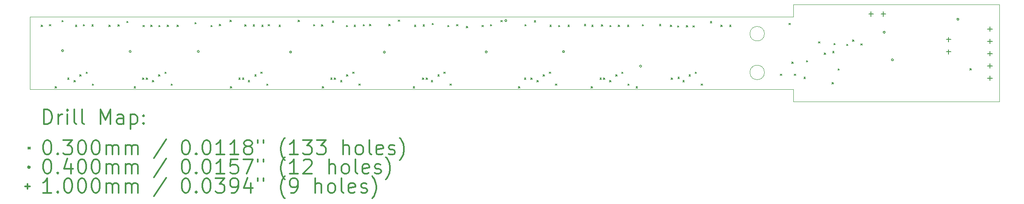
<source format=gbr>
%FSLAX45Y45*%
G04 Gerber Fmt 4.5, Leading zero omitted, Abs format (unit mm)*
G04 Created by KiCad (PCBNEW (5.1.10)-1) date 2022-04-06 13:47:04*
%MOMM*%
%LPD*%
G01*
G04 APERTURE LIST*
%TA.AperFunction,Profile*%
%ADD10C,0.038100*%
%TD*%
%ADD11C,0.200000*%
%ADD12C,0.300000*%
G04 APERTURE END LIST*
D10*
X5000000Y-10500000D02*
X20750000Y-10500000D01*
X20750000Y-9000000D02*
X5000000Y-9000000D01*
X20750000Y-10750000D02*
X20750000Y-10500000D01*
X25000000Y-10750000D02*
X20750000Y-10750000D01*
X25000000Y-10500000D02*
X25000000Y-10750000D01*
X25000000Y-8750000D02*
X25000000Y-9000000D01*
X20750000Y-8750000D02*
X25000000Y-8750000D01*
X20750000Y-9000000D02*
X20750000Y-8750000D01*
X20150000Y-10150000D02*
G75*
G03*
X20150000Y-10150000I-150000J0D01*
G01*
X20150000Y-9350000D02*
G75*
G03*
X20150000Y-9350000I-150000J0D01*
G01*
X25000000Y-10500000D02*
X25000000Y-9000000D01*
X5000000Y-9000000D02*
X5000000Y-10500000D01*
D11*
X5230000Y-9170000D02*
X5260000Y-9200000D01*
X5260000Y-9170000D02*
X5230000Y-9200000D01*
X5400000Y-9160000D02*
X5430000Y-9190000D01*
X5430000Y-9160000D02*
X5400000Y-9190000D01*
X5515394Y-10440395D02*
X5545394Y-10470395D01*
X5545394Y-10440395D02*
X5515394Y-10470395D01*
X5655000Y-9075000D02*
X5685000Y-9105000D01*
X5685000Y-9075000D02*
X5655000Y-9105000D01*
X5775000Y-10264794D02*
X5805000Y-10294794D01*
X5805000Y-10264794D02*
X5775000Y-10294794D01*
X5904994Y-10314994D02*
X5934994Y-10344994D01*
X5934994Y-10314994D02*
X5904994Y-10344994D01*
X5935000Y-9170000D02*
X5965000Y-9200000D01*
X5965000Y-9170000D02*
X5935000Y-9200000D01*
X6025000Y-10195000D02*
X6055000Y-10225000D01*
X6055000Y-10195000D02*
X6025000Y-10225000D01*
X6095000Y-9160000D02*
X6125000Y-9190000D01*
X6125000Y-9160000D02*
X6095000Y-9190000D01*
X6155000Y-10140000D02*
X6185000Y-10170000D01*
X6185000Y-10140000D02*
X6155000Y-10170000D01*
X6275000Y-9165000D02*
X6305000Y-9195000D01*
X6305000Y-9165000D02*
X6275000Y-9195000D01*
X6282694Y-10387694D02*
X6312694Y-10417694D01*
X6312694Y-10387694D02*
X6282694Y-10417694D01*
X6625000Y-9170000D02*
X6655000Y-9200000D01*
X6655000Y-9170000D02*
X6625000Y-9200000D01*
X6810000Y-9165000D02*
X6840000Y-9195000D01*
X6840000Y-9165000D02*
X6810000Y-9195000D01*
X6995000Y-9090000D02*
X7025000Y-9120000D01*
X7025000Y-9090000D02*
X6995000Y-9120000D01*
X7145394Y-10440395D02*
X7175394Y-10470395D01*
X7175394Y-10440395D02*
X7145394Y-10470395D01*
X7320000Y-10264794D02*
X7350000Y-10294794D01*
X7350000Y-10264794D02*
X7320000Y-10294794D01*
X7330000Y-9175000D02*
X7360000Y-9205000D01*
X7360000Y-9175000D02*
X7330000Y-9205000D01*
X7395206Y-10264794D02*
X7425206Y-10294794D01*
X7425206Y-10264794D02*
X7395206Y-10294794D01*
X7490000Y-9170000D02*
X7520000Y-9200000D01*
X7520000Y-9170000D02*
X7490000Y-9200000D01*
X7524994Y-10314994D02*
X7554994Y-10344994D01*
X7554994Y-10314994D02*
X7524994Y-10344994D01*
X7650000Y-10195000D02*
X7680000Y-10225000D01*
X7680000Y-10195000D02*
X7650000Y-10225000D01*
X7655000Y-9175000D02*
X7685000Y-9205000D01*
X7685000Y-9175000D02*
X7655000Y-9205000D01*
X7780000Y-10140000D02*
X7810000Y-10170000D01*
X7810000Y-10140000D02*
X7780000Y-10170000D01*
X7830000Y-9170000D02*
X7860000Y-9200000D01*
X7860000Y-9170000D02*
X7830000Y-9200000D01*
X7907306Y-10387694D02*
X7937306Y-10417694D01*
X7937306Y-10387694D02*
X7907306Y-10417694D01*
X8030000Y-9170000D02*
X8060000Y-9200000D01*
X8060000Y-9170000D02*
X8030000Y-9200000D01*
X8400000Y-9115000D02*
X8430000Y-9145000D01*
X8430000Y-9115000D02*
X8400000Y-9145000D01*
X8730000Y-9175000D02*
X8760000Y-9205000D01*
X8760000Y-9175000D02*
X8730000Y-9205000D01*
X8905000Y-9155000D02*
X8935000Y-9185000D01*
X8935000Y-9155000D02*
X8905000Y-9185000D01*
X9125000Y-9070000D02*
X9155000Y-9100000D01*
X9155000Y-9070000D02*
X9125000Y-9100000D01*
X9129606Y-10440395D02*
X9159606Y-10470395D01*
X9159606Y-10440395D02*
X9129606Y-10470395D01*
X9305000Y-10264794D02*
X9335000Y-10294794D01*
X9335000Y-10264794D02*
X9305000Y-10294794D01*
X9379794Y-10264794D02*
X9409794Y-10294794D01*
X9409794Y-10264794D02*
X9379794Y-10294794D01*
X9430000Y-9165000D02*
X9460000Y-9195000D01*
X9460000Y-9165000D02*
X9430000Y-9195000D01*
X9500006Y-10314994D02*
X9530006Y-10344994D01*
X9530006Y-10314994D02*
X9500006Y-10344994D01*
X9600000Y-9165000D02*
X9630000Y-9195000D01*
X9630000Y-9165000D02*
X9600000Y-9195000D01*
X9635000Y-10195000D02*
X9665000Y-10225000D01*
X9665000Y-10195000D02*
X9635000Y-10225000D01*
X9760000Y-10140000D02*
X9790000Y-10170000D01*
X9790000Y-10140000D02*
X9760000Y-10170000D01*
X9780000Y-9170000D02*
X9810000Y-9200000D01*
X9810000Y-9170000D02*
X9780000Y-9200000D01*
X9882306Y-10387694D02*
X9912306Y-10417694D01*
X9912306Y-10387694D02*
X9882306Y-10417694D01*
X9910000Y-9160000D02*
X9940000Y-9190000D01*
X9940000Y-9160000D02*
X9910000Y-9190000D01*
X10135000Y-9170000D02*
X10165000Y-9200000D01*
X10165000Y-9170000D02*
X10135000Y-9200000D01*
X10530000Y-9070000D02*
X10560000Y-9100000D01*
X10560000Y-9070000D02*
X10530000Y-9100000D01*
X10845000Y-9160000D02*
X10875000Y-9190000D01*
X10875000Y-9160000D02*
X10845000Y-9190000D01*
X11010000Y-9165000D02*
X11040000Y-9195000D01*
X11040000Y-9165000D02*
X11010000Y-9195000D01*
X11029606Y-10440395D02*
X11059606Y-10470395D01*
X11059606Y-10440395D02*
X11029606Y-10470395D01*
X11200000Y-10264794D02*
X11230000Y-10294794D01*
X11230000Y-10264794D02*
X11200000Y-10294794D01*
X11235000Y-9085000D02*
X11265000Y-9115000D01*
X11265000Y-9085000D02*
X11235000Y-9115000D01*
X11274794Y-10264794D02*
X11304794Y-10294794D01*
X11304794Y-10264794D02*
X11274794Y-10294794D01*
X11405006Y-10314994D02*
X11435006Y-10344994D01*
X11435006Y-10314994D02*
X11405006Y-10344994D01*
X11525000Y-9175000D02*
X11555000Y-9205000D01*
X11555000Y-9175000D02*
X11525000Y-9205000D01*
X11530000Y-10195000D02*
X11560000Y-10225000D01*
X11560000Y-10195000D02*
X11530000Y-10225000D01*
X11655000Y-10140000D02*
X11685000Y-10170000D01*
X11685000Y-10140000D02*
X11655000Y-10170000D01*
X11685000Y-9170000D02*
X11715000Y-9200000D01*
X11715000Y-9170000D02*
X11685000Y-9200000D01*
X11782694Y-10387694D02*
X11812694Y-10417694D01*
X11812694Y-10387694D02*
X11782694Y-10417694D01*
X11870000Y-9160000D02*
X11900000Y-9190000D01*
X11900000Y-9160000D02*
X11870000Y-9190000D01*
X12000000Y-9155000D02*
X12030000Y-9185000D01*
X12030000Y-9155000D02*
X12000000Y-9185000D01*
X12400000Y-9155000D02*
X12430000Y-9185000D01*
X12430000Y-9155000D02*
X12400000Y-9185000D01*
X12595000Y-9065000D02*
X12625000Y-9095000D01*
X12625000Y-9065000D02*
X12595000Y-9095000D01*
X12905000Y-10440395D02*
X12935000Y-10470395D01*
X12935000Y-10440395D02*
X12905000Y-10470395D01*
X12930000Y-9170000D02*
X12960000Y-9200000D01*
X12960000Y-9170000D02*
X12930000Y-9200000D01*
X13095000Y-10264794D02*
X13125000Y-10294794D01*
X13125000Y-10264794D02*
X13095000Y-10294794D01*
X13105000Y-9165000D02*
X13135000Y-9195000D01*
X13135000Y-9165000D02*
X13105000Y-9195000D01*
X13170000Y-10264794D02*
X13200000Y-10294794D01*
X13200000Y-10264794D02*
X13170000Y-10294794D01*
X13274994Y-10314994D02*
X13304994Y-10344994D01*
X13304994Y-10314994D02*
X13274994Y-10344994D01*
X13295000Y-9135000D02*
X13325000Y-9165000D01*
X13325000Y-9135000D02*
X13295000Y-9165000D01*
X13410000Y-10195000D02*
X13440000Y-10225000D01*
X13440000Y-10195000D02*
X13410000Y-10225000D01*
X13535000Y-10140000D02*
X13565000Y-10170000D01*
X13565000Y-10140000D02*
X13535000Y-10170000D01*
X13615000Y-9175000D02*
X13645000Y-9205000D01*
X13645000Y-9175000D02*
X13615000Y-9205000D01*
X13662306Y-10387694D02*
X13692306Y-10417694D01*
X13692306Y-10387694D02*
X13662306Y-10417694D01*
X13795000Y-9160000D02*
X13825000Y-9190000D01*
X13825000Y-9160000D02*
X13795000Y-9190000D01*
X14000000Y-9195000D02*
X14030000Y-9225000D01*
X14030000Y-9195000D02*
X14000000Y-9225000D01*
X14320000Y-9175000D02*
X14350000Y-9205000D01*
X14350000Y-9175000D02*
X14320000Y-9205000D01*
X14495000Y-9160000D02*
X14525000Y-9190000D01*
X14525000Y-9160000D02*
X14495000Y-9190000D01*
X14710000Y-9075000D02*
X14740000Y-9105000D01*
X14740000Y-9075000D02*
X14710000Y-9105000D01*
X15074606Y-10440395D02*
X15104606Y-10470395D01*
X15104606Y-10440395D02*
X15074606Y-10470395D01*
X15200000Y-10264794D02*
X15230000Y-10294794D01*
X15230000Y-10264794D02*
X15200000Y-10294794D01*
X15205000Y-9160000D02*
X15235000Y-9190000D01*
X15235000Y-9160000D02*
X15205000Y-9190000D01*
X15330000Y-10264794D02*
X15360000Y-10294794D01*
X15360000Y-10264794D02*
X15330000Y-10294794D01*
X15400000Y-9080000D02*
X15430000Y-9110000D01*
X15430000Y-9080000D02*
X15400000Y-9110000D01*
X15455006Y-10314994D02*
X15485006Y-10344994D01*
X15485006Y-10314994D02*
X15455006Y-10344994D01*
X15585000Y-10195000D02*
X15615000Y-10225000D01*
X15615000Y-10195000D02*
X15585000Y-10225000D01*
X15710000Y-10140000D02*
X15740000Y-10170000D01*
X15740000Y-10140000D02*
X15710000Y-10170000D01*
X15725000Y-9170000D02*
X15755000Y-9200000D01*
X15755000Y-9170000D02*
X15725000Y-9200000D01*
X15837694Y-10387694D02*
X15867694Y-10417694D01*
X15867694Y-10387694D02*
X15837694Y-10417694D01*
X15900000Y-9175000D02*
X15930000Y-9205000D01*
X15930000Y-9175000D02*
X15900000Y-9205000D01*
X16095000Y-9170000D02*
X16125000Y-9200000D01*
X16125000Y-9170000D02*
X16095000Y-9200000D01*
X16435000Y-9155000D02*
X16465000Y-9185000D01*
X16465000Y-9155000D02*
X16435000Y-9185000D01*
X16574606Y-10440395D02*
X16604606Y-10470395D01*
X16604606Y-10440395D02*
X16574606Y-10470395D01*
X16585000Y-9170000D02*
X16615000Y-9200000D01*
X16615000Y-9170000D02*
X16585000Y-9200000D01*
X16755000Y-10264794D02*
X16785000Y-10294794D01*
X16785000Y-10264794D02*
X16755000Y-10294794D01*
X16785000Y-9165000D02*
X16815000Y-9195000D01*
X16815000Y-9165000D02*
X16785000Y-9195000D01*
X16830000Y-10264794D02*
X16860000Y-10294794D01*
X16860000Y-10264794D02*
X16830000Y-10294794D01*
X16954994Y-10314994D02*
X16984994Y-10344994D01*
X16984994Y-10314994D02*
X16954994Y-10344994D01*
X16960000Y-9175000D02*
X16990000Y-9205000D01*
X16990000Y-9175000D02*
X16960000Y-9205000D01*
X17080000Y-10195000D02*
X17110000Y-10225000D01*
X17110000Y-10195000D02*
X17080000Y-10225000D01*
X17135000Y-9170000D02*
X17165000Y-9200000D01*
X17165000Y-9170000D02*
X17135000Y-9200000D01*
X17205000Y-10140000D02*
X17235000Y-10170000D01*
X17235000Y-10140000D02*
X17205000Y-10170000D01*
X17325000Y-9170000D02*
X17355000Y-9200000D01*
X17355000Y-9170000D02*
X17325000Y-9200000D01*
X17332306Y-10387694D02*
X17362306Y-10417694D01*
X17362306Y-10387694D02*
X17332306Y-10417694D01*
X17499606Y-10440395D02*
X17529606Y-10470395D01*
X17529606Y-10440395D02*
X17499606Y-10470395D01*
X17630000Y-9160000D02*
X17660000Y-9190000D01*
X17660000Y-9160000D02*
X17630000Y-9190000D01*
X17985000Y-9155000D02*
X18015000Y-9185000D01*
X18015000Y-9155000D02*
X17985000Y-9185000D01*
X18210000Y-9170000D02*
X18240000Y-9200000D01*
X18240000Y-9170000D02*
X18210000Y-9200000D01*
X18225000Y-10264794D02*
X18255000Y-10294794D01*
X18255000Y-10264794D02*
X18225000Y-10294794D01*
X18355000Y-9185000D02*
X18385000Y-9215000D01*
X18385000Y-9185000D02*
X18355000Y-9215000D01*
X18365000Y-10245200D02*
X18395000Y-10275200D01*
X18395000Y-10245200D02*
X18365000Y-10275200D01*
X18464994Y-10314994D02*
X18494994Y-10344994D01*
X18494994Y-10314994D02*
X18464994Y-10344994D01*
X18539263Y-9179263D02*
X18569263Y-9209263D01*
X18569263Y-9179263D02*
X18539263Y-9209263D01*
X18595000Y-10195000D02*
X18625000Y-10225000D01*
X18625000Y-10195000D02*
X18595000Y-10225000D01*
X18675784Y-9184310D02*
X18705784Y-9214310D01*
X18705784Y-9184310D02*
X18675784Y-9214310D01*
X18720000Y-10140000D02*
X18750000Y-10170000D01*
X18750000Y-10140000D02*
X18720000Y-10170000D01*
X18842306Y-10387694D02*
X18872306Y-10417694D01*
X18872306Y-10387694D02*
X18842306Y-10417694D01*
X19035000Y-9095000D02*
X19065000Y-9125000D01*
X19065000Y-9095000D02*
X19035000Y-9125000D01*
X19250000Y-9170000D02*
X19280000Y-9200000D01*
X19280000Y-9170000D02*
X19250000Y-9200000D01*
X19430000Y-9170000D02*
X19460000Y-9200000D01*
X19460000Y-9170000D02*
X19430000Y-9200000D01*
X20475000Y-10185000D02*
X20505000Y-10215000D01*
X20505000Y-10185000D02*
X20475000Y-10215000D01*
X20655000Y-9135000D02*
X20685000Y-9165000D01*
X20685000Y-9135000D02*
X20655000Y-9165000D01*
X20715000Y-9935000D02*
X20745000Y-9965000D01*
X20745000Y-9935000D02*
X20715000Y-9965000D01*
X20765000Y-10185000D02*
X20795000Y-10215000D01*
X20795000Y-10185000D02*
X20765000Y-10215000D01*
X20965000Y-10245000D02*
X20995000Y-10275000D01*
X20995000Y-10245000D02*
X20965000Y-10275000D01*
X21015000Y-9905000D02*
X21045000Y-9935000D01*
X21045000Y-9905000D02*
X21015000Y-9935000D01*
X21265000Y-9515000D02*
X21295000Y-9545000D01*
X21295000Y-9515000D02*
X21265000Y-9545000D01*
X21385000Y-9745000D02*
X21415000Y-9775000D01*
X21415000Y-9745000D02*
X21385000Y-9775000D01*
X21545000Y-10357292D02*
X21575000Y-10387292D01*
X21575000Y-10357292D02*
X21545000Y-10387292D01*
X21555000Y-9715000D02*
X21585000Y-9745000D01*
X21585000Y-9715000D02*
X21555000Y-9745000D01*
X21581540Y-9547300D02*
X21611540Y-9577300D01*
X21611540Y-9547300D02*
X21581540Y-9577300D01*
X21665000Y-10075000D02*
X21695000Y-10105000D01*
X21695000Y-10075000D02*
X21665000Y-10105000D01*
X21845000Y-9565000D02*
X21875000Y-9595000D01*
X21875000Y-9565000D02*
X21845000Y-9595000D01*
X21965000Y-9475000D02*
X21995000Y-9505000D01*
X21995000Y-9475000D02*
X21965000Y-9505000D01*
X22135000Y-9555000D02*
X22165000Y-9585000D01*
X22165000Y-9555000D02*
X22135000Y-9585000D01*
X24388503Y-10068503D02*
X24418503Y-10098503D01*
X24418503Y-10068503D02*
X24388503Y-10098503D01*
X5690000Y-9700000D02*
G75*
G03*
X5690000Y-9700000I-20000J0D01*
G01*
X7085000Y-9715000D02*
G75*
G03*
X7085000Y-9715000I-20000J0D01*
G01*
X8490000Y-9715000D02*
G75*
G03*
X8490000Y-9715000I-20000J0D01*
G01*
X10395000Y-9730000D02*
G75*
G03*
X10395000Y-9730000I-20000J0D01*
G01*
X12330000Y-9730000D02*
G75*
G03*
X12330000Y-9730000I-20000J0D01*
G01*
X14430000Y-9725000D02*
G75*
G03*
X14430000Y-9725000I-20000J0D01*
G01*
X14835000Y-9080000D02*
G75*
G03*
X14835000Y-9080000I-20000J0D01*
G01*
X16025000Y-9720000D02*
G75*
G03*
X16025000Y-9720000I-20000J0D01*
G01*
X17615000Y-10020000D02*
G75*
G03*
X17615000Y-10020000I-20000J0D01*
G01*
X22640000Y-9320000D02*
G75*
G03*
X22640000Y-9320000I-20000J0D01*
G01*
X22810000Y-9890000D02*
G75*
G03*
X22810000Y-9890000I-20000J0D01*
G01*
X24160000Y-9050000D02*
G75*
G03*
X24160000Y-9050000I-20000J0D01*
G01*
X22350000Y-8890000D02*
X22350000Y-8990000D01*
X22300000Y-8940000D02*
X22400000Y-8940000D01*
X22604000Y-8890000D02*
X22604000Y-8990000D01*
X22554000Y-8940000D02*
X22654000Y-8940000D01*
X23950000Y-9420000D02*
X23950000Y-9520000D01*
X23900000Y-9470000D02*
X24000000Y-9470000D01*
X23950000Y-9674000D02*
X23950000Y-9774000D01*
X23900000Y-9724000D02*
X24000000Y-9724000D01*
X24800000Y-9200000D02*
X24800000Y-9300000D01*
X24750000Y-9250000D02*
X24850000Y-9250000D01*
X24800000Y-9454000D02*
X24800000Y-9554000D01*
X24750000Y-9504000D02*
X24850000Y-9504000D01*
X24800000Y-9708000D02*
X24800000Y-9808000D01*
X24750000Y-9758000D02*
X24850000Y-9758000D01*
X24800000Y-9962000D02*
X24800000Y-10062000D01*
X24750000Y-10012000D02*
X24850000Y-10012000D01*
X24800000Y-10216000D02*
X24800000Y-10316000D01*
X24750000Y-10266000D02*
X24850000Y-10266000D01*
D12*
X5284523Y-11217619D02*
X5284523Y-10917619D01*
X5355952Y-10917619D01*
X5398809Y-10931905D01*
X5427381Y-10960477D01*
X5441666Y-10989048D01*
X5455952Y-11046191D01*
X5455952Y-11089048D01*
X5441666Y-11146191D01*
X5427381Y-11174762D01*
X5398809Y-11203334D01*
X5355952Y-11217619D01*
X5284523Y-11217619D01*
X5584523Y-11217619D02*
X5584523Y-11017619D01*
X5584523Y-11074762D02*
X5598809Y-11046191D01*
X5613095Y-11031905D01*
X5641666Y-11017619D01*
X5670238Y-11017619D01*
X5770238Y-11217619D02*
X5770238Y-11017619D01*
X5770238Y-10917619D02*
X5755952Y-10931905D01*
X5770238Y-10946191D01*
X5784523Y-10931905D01*
X5770238Y-10917619D01*
X5770238Y-10946191D01*
X5955952Y-11217619D02*
X5927381Y-11203334D01*
X5913095Y-11174762D01*
X5913095Y-10917619D01*
X6113095Y-11217619D02*
X6084523Y-11203334D01*
X6070238Y-11174762D01*
X6070238Y-10917619D01*
X6455952Y-11217619D02*
X6455952Y-10917619D01*
X6555952Y-11131905D01*
X6655952Y-10917619D01*
X6655952Y-11217619D01*
X6927381Y-11217619D02*
X6927381Y-11060477D01*
X6913095Y-11031905D01*
X6884523Y-11017619D01*
X6827381Y-11017619D01*
X6798809Y-11031905D01*
X6927381Y-11203334D02*
X6898809Y-11217619D01*
X6827381Y-11217619D01*
X6798809Y-11203334D01*
X6784523Y-11174762D01*
X6784523Y-11146191D01*
X6798809Y-11117619D01*
X6827381Y-11103334D01*
X6898809Y-11103334D01*
X6927381Y-11089048D01*
X7070238Y-11017619D02*
X7070238Y-11317619D01*
X7070238Y-11031905D02*
X7098809Y-11017619D01*
X7155952Y-11017619D01*
X7184523Y-11031905D01*
X7198809Y-11046191D01*
X7213095Y-11074762D01*
X7213095Y-11160477D01*
X7198809Y-11189048D01*
X7184523Y-11203334D01*
X7155952Y-11217619D01*
X7098809Y-11217619D01*
X7070238Y-11203334D01*
X7341666Y-11189048D02*
X7355952Y-11203334D01*
X7341666Y-11217619D01*
X7327381Y-11203334D01*
X7341666Y-11189048D01*
X7341666Y-11217619D01*
X7341666Y-11031905D02*
X7355952Y-11046191D01*
X7341666Y-11060477D01*
X7327381Y-11046191D01*
X7341666Y-11031905D01*
X7341666Y-11060477D01*
X4968095Y-11696905D02*
X4998095Y-11726905D01*
X4998095Y-11696905D02*
X4968095Y-11726905D01*
X5341666Y-11547619D02*
X5370238Y-11547619D01*
X5398809Y-11561905D01*
X5413095Y-11576191D01*
X5427381Y-11604762D01*
X5441666Y-11661905D01*
X5441666Y-11733334D01*
X5427381Y-11790476D01*
X5413095Y-11819048D01*
X5398809Y-11833334D01*
X5370238Y-11847619D01*
X5341666Y-11847619D01*
X5313095Y-11833334D01*
X5298809Y-11819048D01*
X5284523Y-11790476D01*
X5270238Y-11733334D01*
X5270238Y-11661905D01*
X5284523Y-11604762D01*
X5298809Y-11576191D01*
X5313095Y-11561905D01*
X5341666Y-11547619D01*
X5570238Y-11819048D02*
X5584523Y-11833334D01*
X5570238Y-11847619D01*
X5555952Y-11833334D01*
X5570238Y-11819048D01*
X5570238Y-11847619D01*
X5684523Y-11547619D02*
X5870238Y-11547619D01*
X5770238Y-11661905D01*
X5813095Y-11661905D01*
X5841666Y-11676191D01*
X5855952Y-11690476D01*
X5870238Y-11719048D01*
X5870238Y-11790476D01*
X5855952Y-11819048D01*
X5841666Y-11833334D01*
X5813095Y-11847619D01*
X5727381Y-11847619D01*
X5698809Y-11833334D01*
X5684523Y-11819048D01*
X6055952Y-11547619D02*
X6084523Y-11547619D01*
X6113095Y-11561905D01*
X6127381Y-11576191D01*
X6141666Y-11604762D01*
X6155952Y-11661905D01*
X6155952Y-11733334D01*
X6141666Y-11790476D01*
X6127381Y-11819048D01*
X6113095Y-11833334D01*
X6084523Y-11847619D01*
X6055952Y-11847619D01*
X6027381Y-11833334D01*
X6013095Y-11819048D01*
X5998809Y-11790476D01*
X5984523Y-11733334D01*
X5984523Y-11661905D01*
X5998809Y-11604762D01*
X6013095Y-11576191D01*
X6027381Y-11561905D01*
X6055952Y-11547619D01*
X6341666Y-11547619D02*
X6370238Y-11547619D01*
X6398809Y-11561905D01*
X6413095Y-11576191D01*
X6427381Y-11604762D01*
X6441666Y-11661905D01*
X6441666Y-11733334D01*
X6427381Y-11790476D01*
X6413095Y-11819048D01*
X6398809Y-11833334D01*
X6370238Y-11847619D01*
X6341666Y-11847619D01*
X6313095Y-11833334D01*
X6298809Y-11819048D01*
X6284523Y-11790476D01*
X6270238Y-11733334D01*
X6270238Y-11661905D01*
X6284523Y-11604762D01*
X6298809Y-11576191D01*
X6313095Y-11561905D01*
X6341666Y-11547619D01*
X6570238Y-11847619D02*
X6570238Y-11647619D01*
X6570238Y-11676191D02*
X6584523Y-11661905D01*
X6613095Y-11647619D01*
X6655952Y-11647619D01*
X6684523Y-11661905D01*
X6698809Y-11690476D01*
X6698809Y-11847619D01*
X6698809Y-11690476D02*
X6713095Y-11661905D01*
X6741666Y-11647619D01*
X6784523Y-11647619D01*
X6813095Y-11661905D01*
X6827381Y-11690476D01*
X6827381Y-11847619D01*
X6970238Y-11847619D02*
X6970238Y-11647619D01*
X6970238Y-11676191D02*
X6984523Y-11661905D01*
X7013095Y-11647619D01*
X7055952Y-11647619D01*
X7084523Y-11661905D01*
X7098809Y-11690476D01*
X7098809Y-11847619D01*
X7098809Y-11690476D02*
X7113095Y-11661905D01*
X7141666Y-11647619D01*
X7184523Y-11647619D01*
X7213095Y-11661905D01*
X7227381Y-11690476D01*
X7227381Y-11847619D01*
X7813095Y-11533334D02*
X7555952Y-11919048D01*
X8198809Y-11547619D02*
X8227381Y-11547619D01*
X8255952Y-11561905D01*
X8270238Y-11576191D01*
X8284523Y-11604762D01*
X8298809Y-11661905D01*
X8298809Y-11733334D01*
X8284523Y-11790476D01*
X8270238Y-11819048D01*
X8255952Y-11833334D01*
X8227381Y-11847619D01*
X8198809Y-11847619D01*
X8170238Y-11833334D01*
X8155952Y-11819048D01*
X8141666Y-11790476D01*
X8127381Y-11733334D01*
X8127381Y-11661905D01*
X8141666Y-11604762D01*
X8155952Y-11576191D01*
X8170238Y-11561905D01*
X8198809Y-11547619D01*
X8427381Y-11819048D02*
X8441666Y-11833334D01*
X8427381Y-11847619D01*
X8413095Y-11833334D01*
X8427381Y-11819048D01*
X8427381Y-11847619D01*
X8627381Y-11547619D02*
X8655952Y-11547619D01*
X8684523Y-11561905D01*
X8698809Y-11576191D01*
X8713095Y-11604762D01*
X8727381Y-11661905D01*
X8727381Y-11733334D01*
X8713095Y-11790476D01*
X8698809Y-11819048D01*
X8684523Y-11833334D01*
X8655952Y-11847619D01*
X8627381Y-11847619D01*
X8598809Y-11833334D01*
X8584523Y-11819048D01*
X8570238Y-11790476D01*
X8555952Y-11733334D01*
X8555952Y-11661905D01*
X8570238Y-11604762D01*
X8584523Y-11576191D01*
X8598809Y-11561905D01*
X8627381Y-11547619D01*
X9013095Y-11847619D02*
X8841666Y-11847619D01*
X8927381Y-11847619D02*
X8927381Y-11547619D01*
X8898809Y-11590476D01*
X8870238Y-11619048D01*
X8841666Y-11633334D01*
X9298809Y-11847619D02*
X9127381Y-11847619D01*
X9213095Y-11847619D02*
X9213095Y-11547619D01*
X9184523Y-11590476D01*
X9155952Y-11619048D01*
X9127381Y-11633334D01*
X9470238Y-11676191D02*
X9441666Y-11661905D01*
X9427381Y-11647619D01*
X9413095Y-11619048D01*
X9413095Y-11604762D01*
X9427381Y-11576191D01*
X9441666Y-11561905D01*
X9470238Y-11547619D01*
X9527381Y-11547619D01*
X9555952Y-11561905D01*
X9570238Y-11576191D01*
X9584523Y-11604762D01*
X9584523Y-11619048D01*
X9570238Y-11647619D01*
X9555952Y-11661905D01*
X9527381Y-11676191D01*
X9470238Y-11676191D01*
X9441666Y-11690476D01*
X9427381Y-11704762D01*
X9413095Y-11733334D01*
X9413095Y-11790476D01*
X9427381Y-11819048D01*
X9441666Y-11833334D01*
X9470238Y-11847619D01*
X9527381Y-11847619D01*
X9555952Y-11833334D01*
X9570238Y-11819048D01*
X9584523Y-11790476D01*
X9584523Y-11733334D01*
X9570238Y-11704762D01*
X9555952Y-11690476D01*
X9527381Y-11676191D01*
X9698809Y-11547619D02*
X9698809Y-11604762D01*
X9813095Y-11547619D02*
X9813095Y-11604762D01*
X10255952Y-11961905D02*
X10241666Y-11947619D01*
X10213095Y-11904762D01*
X10198809Y-11876191D01*
X10184523Y-11833334D01*
X10170238Y-11761905D01*
X10170238Y-11704762D01*
X10184523Y-11633334D01*
X10198809Y-11590476D01*
X10213095Y-11561905D01*
X10241666Y-11519048D01*
X10255952Y-11504762D01*
X10527381Y-11847619D02*
X10355952Y-11847619D01*
X10441666Y-11847619D02*
X10441666Y-11547619D01*
X10413095Y-11590476D01*
X10384523Y-11619048D01*
X10355952Y-11633334D01*
X10627381Y-11547619D02*
X10813095Y-11547619D01*
X10713095Y-11661905D01*
X10755952Y-11661905D01*
X10784523Y-11676191D01*
X10798809Y-11690476D01*
X10813095Y-11719048D01*
X10813095Y-11790476D01*
X10798809Y-11819048D01*
X10784523Y-11833334D01*
X10755952Y-11847619D01*
X10670238Y-11847619D01*
X10641666Y-11833334D01*
X10627381Y-11819048D01*
X10913095Y-11547619D02*
X11098809Y-11547619D01*
X10998809Y-11661905D01*
X11041666Y-11661905D01*
X11070238Y-11676191D01*
X11084523Y-11690476D01*
X11098809Y-11719048D01*
X11098809Y-11790476D01*
X11084523Y-11819048D01*
X11070238Y-11833334D01*
X11041666Y-11847619D01*
X10955952Y-11847619D01*
X10927381Y-11833334D01*
X10913095Y-11819048D01*
X11455952Y-11847619D02*
X11455952Y-11547619D01*
X11584523Y-11847619D02*
X11584523Y-11690476D01*
X11570238Y-11661905D01*
X11541666Y-11647619D01*
X11498809Y-11647619D01*
X11470238Y-11661905D01*
X11455952Y-11676191D01*
X11770238Y-11847619D02*
X11741666Y-11833334D01*
X11727381Y-11819048D01*
X11713095Y-11790476D01*
X11713095Y-11704762D01*
X11727381Y-11676191D01*
X11741666Y-11661905D01*
X11770238Y-11647619D01*
X11813095Y-11647619D01*
X11841666Y-11661905D01*
X11855952Y-11676191D01*
X11870238Y-11704762D01*
X11870238Y-11790476D01*
X11855952Y-11819048D01*
X11841666Y-11833334D01*
X11813095Y-11847619D01*
X11770238Y-11847619D01*
X12041666Y-11847619D02*
X12013095Y-11833334D01*
X11998809Y-11804762D01*
X11998809Y-11547619D01*
X12270238Y-11833334D02*
X12241666Y-11847619D01*
X12184523Y-11847619D01*
X12155952Y-11833334D01*
X12141666Y-11804762D01*
X12141666Y-11690476D01*
X12155952Y-11661905D01*
X12184523Y-11647619D01*
X12241666Y-11647619D01*
X12270238Y-11661905D01*
X12284523Y-11690476D01*
X12284523Y-11719048D01*
X12141666Y-11747619D01*
X12398809Y-11833334D02*
X12427381Y-11847619D01*
X12484523Y-11847619D01*
X12513095Y-11833334D01*
X12527381Y-11804762D01*
X12527381Y-11790476D01*
X12513095Y-11761905D01*
X12484523Y-11747619D01*
X12441666Y-11747619D01*
X12413095Y-11733334D01*
X12398809Y-11704762D01*
X12398809Y-11690476D01*
X12413095Y-11661905D01*
X12441666Y-11647619D01*
X12484523Y-11647619D01*
X12513095Y-11661905D01*
X12627381Y-11961905D02*
X12641666Y-11947619D01*
X12670238Y-11904762D01*
X12684523Y-11876191D01*
X12698809Y-11833334D01*
X12713095Y-11761905D01*
X12713095Y-11704762D01*
X12698809Y-11633334D01*
X12684523Y-11590476D01*
X12670238Y-11561905D01*
X12641666Y-11519048D01*
X12627381Y-11504762D01*
X4998095Y-12107905D02*
G75*
G03*
X4998095Y-12107905I-20000J0D01*
G01*
X5341666Y-11943619D02*
X5370238Y-11943619D01*
X5398809Y-11957905D01*
X5413095Y-11972191D01*
X5427381Y-12000762D01*
X5441666Y-12057905D01*
X5441666Y-12129334D01*
X5427381Y-12186476D01*
X5413095Y-12215048D01*
X5398809Y-12229334D01*
X5370238Y-12243619D01*
X5341666Y-12243619D01*
X5313095Y-12229334D01*
X5298809Y-12215048D01*
X5284523Y-12186476D01*
X5270238Y-12129334D01*
X5270238Y-12057905D01*
X5284523Y-12000762D01*
X5298809Y-11972191D01*
X5313095Y-11957905D01*
X5341666Y-11943619D01*
X5570238Y-12215048D02*
X5584523Y-12229334D01*
X5570238Y-12243619D01*
X5555952Y-12229334D01*
X5570238Y-12215048D01*
X5570238Y-12243619D01*
X5841666Y-12043619D02*
X5841666Y-12243619D01*
X5770238Y-11929334D02*
X5698809Y-12143619D01*
X5884523Y-12143619D01*
X6055952Y-11943619D02*
X6084523Y-11943619D01*
X6113095Y-11957905D01*
X6127381Y-11972191D01*
X6141666Y-12000762D01*
X6155952Y-12057905D01*
X6155952Y-12129334D01*
X6141666Y-12186476D01*
X6127381Y-12215048D01*
X6113095Y-12229334D01*
X6084523Y-12243619D01*
X6055952Y-12243619D01*
X6027381Y-12229334D01*
X6013095Y-12215048D01*
X5998809Y-12186476D01*
X5984523Y-12129334D01*
X5984523Y-12057905D01*
X5998809Y-12000762D01*
X6013095Y-11972191D01*
X6027381Y-11957905D01*
X6055952Y-11943619D01*
X6341666Y-11943619D02*
X6370238Y-11943619D01*
X6398809Y-11957905D01*
X6413095Y-11972191D01*
X6427381Y-12000762D01*
X6441666Y-12057905D01*
X6441666Y-12129334D01*
X6427381Y-12186476D01*
X6413095Y-12215048D01*
X6398809Y-12229334D01*
X6370238Y-12243619D01*
X6341666Y-12243619D01*
X6313095Y-12229334D01*
X6298809Y-12215048D01*
X6284523Y-12186476D01*
X6270238Y-12129334D01*
X6270238Y-12057905D01*
X6284523Y-12000762D01*
X6298809Y-11972191D01*
X6313095Y-11957905D01*
X6341666Y-11943619D01*
X6570238Y-12243619D02*
X6570238Y-12043619D01*
X6570238Y-12072191D02*
X6584523Y-12057905D01*
X6613095Y-12043619D01*
X6655952Y-12043619D01*
X6684523Y-12057905D01*
X6698809Y-12086476D01*
X6698809Y-12243619D01*
X6698809Y-12086476D02*
X6713095Y-12057905D01*
X6741666Y-12043619D01*
X6784523Y-12043619D01*
X6813095Y-12057905D01*
X6827381Y-12086476D01*
X6827381Y-12243619D01*
X6970238Y-12243619D02*
X6970238Y-12043619D01*
X6970238Y-12072191D02*
X6984523Y-12057905D01*
X7013095Y-12043619D01*
X7055952Y-12043619D01*
X7084523Y-12057905D01*
X7098809Y-12086476D01*
X7098809Y-12243619D01*
X7098809Y-12086476D02*
X7113095Y-12057905D01*
X7141666Y-12043619D01*
X7184523Y-12043619D01*
X7213095Y-12057905D01*
X7227381Y-12086476D01*
X7227381Y-12243619D01*
X7813095Y-11929334D02*
X7555952Y-12315048D01*
X8198809Y-11943619D02*
X8227381Y-11943619D01*
X8255952Y-11957905D01*
X8270238Y-11972191D01*
X8284523Y-12000762D01*
X8298809Y-12057905D01*
X8298809Y-12129334D01*
X8284523Y-12186476D01*
X8270238Y-12215048D01*
X8255952Y-12229334D01*
X8227381Y-12243619D01*
X8198809Y-12243619D01*
X8170238Y-12229334D01*
X8155952Y-12215048D01*
X8141666Y-12186476D01*
X8127381Y-12129334D01*
X8127381Y-12057905D01*
X8141666Y-12000762D01*
X8155952Y-11972191D01*
X8170238Y-11957905D01*
X8198809Y-11943619D01*
X8427381Y-12215048D02*
X8441666Y-12229334D01*
X8427381Y-12243619D01*
X8413095Y-12229334D01*
X8427381Y-12215048D01*
X8427381Y-12243619D01*
X8627381Y-11943619D02*
X8655952Y-11943619D01*
X8684523Y-11957905D01*
X8698809Y-11972191D01*
X8713095Y-12000762D01*
X8727381Y-12057905D01*
X8727381Y-12129334D01*
X8713095Y-12186476D01*
X8698809Y-12215048D01*
X8684523Y-12229334D01*
X8655952Y-12243619D01*
X8627381Y-12243619D01*
X8598809Y-12229334D01*
X8584523Y-12215048D01*
X8570238Y-12186476D01*
X8555952Y-12129334D01*
X8555952Y-12057905D01*
X8570238Y-12000762D01*
X8584523Y-11972191D01*
X8598809Y-11957905D01*
X8627381Y-11943619D01*
X9013095Y-12243619D02*
X8841666Y-12243619D01*
X8927381Y-12243619D02*
X8927381Y-11943619D01*
X8898809Y-11986476D01*
X8870238Y-12015048D01*
X8841666Y-12029334D01*
X9284523Y-11943619D02*
X9141666Y-11943619D01*
X9127381Y-12086476D01*
X9141666Y-12072191D01*
X9170238Y-12057905D01*
X9241666Y-12057905D01*
X9270238Y-12072191D01*
X9284523Y-12086476D01*
X9298809Y-12115048D01*
X9298809Y-12186476D01*
X9284523Y-12215048D01*
X9270238Y-12229334D01*
X9241666Y-12243619D01*
X9170238Y-12243619D01*
X9141666Y-12229334D01*
X9127381Y-12215048D01*
X9398809Y-11943619D02*
X9598809Y-11943619D01*
X9470238Y-12243619D01*
X9698809Y-11943619D02*
X9698809Y-12000762D01*
X9813095Y-11943619D02*
X9813095Y-12000762D01*
X10255952Y-12357905D02*
X10241666Y-12343619D01*
X10213095Y-12300762D01*
X10198809Y-12272191D01*
X10184523Y-12229334D01*
X10170238Y-12157905D01*
X10170238Y-12100762D01*
X10184523Y-12029334D01*
X10198809Y-11986476D01*
X10213095Y-11957905D01*
X10241666Y-11915048D01*
X10255952Y-11900762D01*
X10527381Y-12243619D02*
X10355952Y-12243619D01*
X10441666Y-12243619D02*
X10441666Y-11943619D01*
X10413095Y-11986476D01*
X10384523Y-12015048D01*
X10355952Y-12029334D01*
X10641666Y-11972191D02*
X10655952Y-11957905D01*
X10684523Y-11943619D01*
X10755952Y-11943619D01*
X10784523Y-11957905D01*
X10798809Y-11972191D01*
X10813095Y-12000762D01*
X10813095Y-12029334D01*
X10798809Y-12072191D01*
X10627381Y-12243619D01*
X10813095Y-12243619D01*
X11170238Y-12243619D02*
X11170238Y-11943619D01*
X11298809Y-12243619D02*
X11298809Y-12086476D01*
X11284523Y-12057905D01*
X11255952Y-12043619D01*
X11213095Y-12043619D01*
X11184523Y-12057905D01*
X11170238Y-12072191D01*
X11484523Y-12243619D02*
X11455952Y-12229334D01*
X11441666Y-12215048D01*
X11427381Y-12186476D01*
X11427381Y-12100762D01*
X11441666Y-12072191D01*
X11455952Y-12057905D01*
X11484523Y-12043619D01*
X11527381Y-12043619D01*
X11555952Y-12057905D01*
X11570238Y-12072191D01*
X11584523Y-12100762D01*
X11584523Y-12186476D01*
X11570238Y-12215048D01*
X11555952Y-12229334D01*
X11527381Y-12243619D01*
X11484523Y-12243619D01*
X11755952Y-12243619D02*
X11727381Y-12229334D01*
X11713095Y-12200762D01*
X11713095Y-11943619D01*
X11984523Y-12229334D02*
X11955952Y-12243619D01*
X11898809Y-12243619D01*
X11870238Y-12229334D01*
X11855952Y-12200762D01*
X11855952Y-12086476D01*
X11870238Y-12057905D01*
X11898809Y-12043619D01*
X11955952Y-12043619D01*
X11984523Y-12057905D01*
X11998809Y-12086476D01*
X11998809Y-12115048D01*
X11855952Y-12143619D01*
X12113095Y-12229334D02*
X12141666Y-12243619D01*
X12198809Y-12243619D01*
X12227381Y-12229334D01*
X12241666Y-12200762D01*
X12241666Y-12186476D01*
X12227381Y-12157905D01*
X12198809Y-12143619D01*
X12155952Y-12143619D01*
X12127381Y-12129334D01*
X12113095Y-12100762D01*
X12113095Y-12086476D01*
X12127381Y-12057905D01*
X12155952Y-12043619D01*
X12198809Y-12043619D01*
X12227381Y-12057905D01*
X12341666Y-12357905D02*
X12355952Y-12343619D01*
X12384523Y-12300762D01*
X12398809Y-12272191D01*
X12413095Y-12229334D01*
X12427381Y-12157905D01*
X12427381Y-12100762D01*
X12413095Y-12029334D01*
X12398809Y-11986476D01*
X12384523Y-11957905D01*
X12355952Y-11915048D01*
X12341666Y-11900762D01*
X4948095Y-12453905D02*
X4948095Y-12553905D01*
X4898095Y-12503905D02*
X4998095Y-12503905D01*
X5441666Y-12639619D02*
X5270238Y-12639619D01*
X5355952Y-12639619D02*
X5355952Y-12339619D01*
X5327381Y-12382476D01*
X5298809Y-12411048D01*
X5270238Y-12425334D01*
X5570238Y-12611048D02*
X5584523Y-12625334D01*
X5570238Y-12639619D01*
X5555952Y-12625334D01*
X5570238Y-12611048D01*
X5570238Y-12639619D01*
X5770238Y-12339619D02*
X5798809Y-12339619D01*
X5827381Y-12353905D01*
X5841666Y-12368191D01*
X5855952Y-12396762D01*
X5870238Y-12453905D01*
X5870238Y-12525334D01*
X5855952Y-12582476D01*
X5841666Y-12611048D01*
X5827381Y-12625334D01*
X5798809Y-12639619D01*
X5770238Y-12639619D01*
X5741666Y-12625334D01*
X5727381Y-12611048D01*
X5713095Y-12582476D01*
X5698809Y-12525334D01*
X5698809Y-12453905D01*
X5713095Y-12396762D01*
X5727381Y-12368191D01*
X5741666Y-12353905D01*
X5770238Y-12339619D01*
X6055952Y-12339619D02*
X6084523Y-12339619D01*
X6113095Y-12353905D01*
X6127381Y-12368191D01*
X6141666Y-12396762D01*
X6155952Y-12453905D01*
X6155952Y-12525334D01*
X6141666Y-12582476D01*
X6127381Y-12611048D01*
X6113095Y-12625334D01*
X6084523Y-12639619D01*
X6055952Y-12639619D01*
X6027381Y-12625334D01*
X6013095Y-12611048D01*
X5998809Y-12582476D01*
X5984523Y-12525334D01*
X5984523Y-12453905D01*
X5998809Y-12396762D01*
X6013095Y-12368191D01*
X6027381Y-12353905D01*
X6055952Y-12339619D01*
X6341666Y-12339619D02*
X6370238Y-12339619D01*
X6398809Y-12353905D01*
X6413095Y-12368191D01*
X6427381Y-12396762D01*
X6441666Y-12453905D01*
X6441666Y-12525334D01*
X6427381Y-12582476D01*
X6413095Y-12611048D01*
X6398809Y-12625334D01*
X6370238Y-12639619D01*
X6341666Y-12639619D01*
X6313095Y-12625334D01*
X6298809Y-12611048D01*
X6284523Y-12582476D01*
X6270238Y-12525334D01*
X6270238Y-12453905D01*
X6284523Y-12396762D01*
X6298809Y-12368191D01*
X6313095Y-12353905D01*
X6341666Y-12339619D01*
X6570238Y-12639619D02*
X6570238Y-12439619D01*
X6570238Y-12468191D02*
X6584523Y-12453905D01*
X6613095Y-12439619D01*
X6655952Y-12439619D01*
X6684523Y-12453905D01*
X6698809Y-12482476D01*
X6698809Y-12639619D01*
X6698809Y-12482476D02*
X6713095Y-12453905D01*
X6741666Y-12439619D01*
X6784523Y-12439619D01*
X6813095Y-12453905D01*
X6827381Y-12482476D01*
X6827381Y-12639619D01*
X6970238Y-12639619D02*
X6970238Y-12439619D01*
X6970238Y-12468191D02*
X6984523Y-12453905D01*
X7013095Y-12439619D01*
X7055952Y-12439619D01*
X7084523Y-12453905D01*
X7098809Y-12482476D01*
X7098809Y-12639619D01*
X7098809Y-12482476D02*
X7113095Y-12453905D01*
X7141666Y-12439619D01*
X7184523Y-12439619D01*
X7213095Y-12453905D01*
X7227381Y-12482476D01*
X7227381Y-12639619D01*
X7813095Y-12325334D02*
X7555952Y-12711048D01*
X8198809Y-12339619D02*
X8227381Y-12339619D01*
X8255952Y-12353905D01*
X8270238Y-12368191D01*
X8284523Y-12396762D01*
X8298809Y-12453905D01*
X8298809Y-12525334D01*
X8284523Y-12582476D01*
X8270238Y-12611048D01*
X8255952Y-12625334D01*
X8227381Y-12639619D01*
X8198809Y-12639619D01*
X8170238Y-12625334D01*
X8155952Y-12611048D01*
X8141666Y-12582476D01*
X8127381Y-12525334D01*
X8127381Y-12453905D01*
X8141666Y-12396762D01*
X8155952Y-12368191D01*
X8170238Y-12353905D01*
X8198809Y-12339619D01*
X8427381Y-12611048D02*
X8441666Y-12625334D01*
X8427381Y-12639619D01*
X8413095Y-12625334D01*
X8427381Y-12611048D01*
X8427381Y-12639619D01*
X8627381Y-12339619D02*
X8655952Y-12339619D01*
X8684523Y-12353905D01*
X8698809Y-12368191D01*
X8713095Y-12396762D01*
X8727381Y-12453905D01*
X8727381Y-12525334D01*
X8713095Y-12582476D01*
X8698809Y-12611048D01*
X8684523Y-12625334D01*
X8655952Y-12639619D01*
X8627381Y-12639619D01*
X8598809Y-12625334D01*
X8584523Y-12611048D01*
X8570238Y-12582476D01*
X8555952Y-12525334D01*
X8555952Y-12453905D01*
X8570238Y-12396762D01*
X8584523Y-12368191D01*
X8598809Y-12353905D01*
X8627381Y-12339619D01*
X8827381Y-12339619D02*
X9013095Y-12339619D01*
X8913095Y-12453905D01*
X8955952Y-12453905D01*
X8984523Y-12468191D01*
X8998809Y-12482476D01*
X9013095Y-12511048D01*
X9013095Y-12582476D01*
X8998809Y-12611048D01*
X8984523Y-12625334D01*
X8955952Y-12639619D01*
X8870238Y-12639619D01*
X8841666Y-12625334D01*
X8827381Y-12611048D01*
X9155952Y-12639619D02*
X9213095Y-12639619D01*
X9241666Y-12625334D01*
X9255952Y-12611048D01*
X9284523Y-12568191D01*
X9298809Y-12511048D01*
X9298809Y-12396762D01*
X9284523Y-12368191D01*
X9270238Y-12353905D01*
X9241666Y-12339619D01*
X9184523Y-12339619D01*
X9155952Y-12353905D01*
X9141666Y-12368191D01*
X9127381Y-12396762D01*
X9127381Y-12468191D01*
X9141666Y-12496762D01*
X9155952Y-12511048D01*
X9184523Y-12525334D01*
X9241666Y-12525334D01*
X9270238Y-12511048D01*
X9284523Y-12496762D01*
X9298809Y-12468191D01*
X9555952Y-12439619D02*
X9555952Y-12639619D01*
X9484523Y-12325334D02*
X9413095Y-12539619D01*
X9598809Y-12539619D01*
X9698809Y-12339619D02*
X9698809Y-12396762D01*
X9813095Y-12339619D02*
X9813095Y-12396762D01*
X10255952Y-12753905D02*
X10241666Y-12739619D01*
X10213095Y-12696762D01*
X10198809Y-12668191D01*
X10184523Y-12625334D01*
X10170238Y-12553905D01*
X10170238Y-12496762D01*
X10184523Y-12425334D01*
X10198809Y-12382476D01*
X10213095Y-12353905D01*
X10241666Y-12311048D01*
X10255952Y-12296762D01*
X10384523Y-12639619D02*
X10441666Y-12639619D01*
X10470238Y-12625334D01*
X10484523Y-12611048D01*
X10513095Y-12568191D01*
X10527381Y-12511048D01*
X10527381Y-12396762D01*
X10513095Y-12368191D01*
X10498809Y-12353905D01*
X10470238Y-12339619D01*
X10413095Y-12339619D01*
X10384523Y-12353905D01*
X10370238Y-12368191D01*
X10355952Y-12396762D01*
X10355952Y-12468191D01*
X10370238Y-12496762D01*
X10384523Y-12511048D01*
X10413095Y-12525334D01*
X10470238Y-12525334D01*
X10498809Y-12511048D01*
X10513095Y-12496762D01*
X10527381Y-12468191D01*
X10884523Y-12639619D02*
X10884523Y-12339619D01*
X11013095Y-12639619D02*
X11013095Y-12482476D01*
X10998809Y-12453905D01*
X10970238Y-12439619D01*
X10927381Y-12439619D01*
X10898809Y-12453905D01*
X10884523Y-12468191D01*
X11198809Y-12639619D02*
X11170238Y-12625334D01*
X11155952Y-12611048D01*
X11141666Y-12582476D01*
X11141666Y-12496762D01*
X11155952Y-12468191D01*
X11170238Y-12453905D01*
X11198809Y-12439619D01*
X11241666Y-12439619D01*
X11270238Y-12453905D01*
X11284523Y-12468191D01*
X11298809Y-12496762D01*
X11298809Y-12582476D01*
X11284523Y-12611048D01*
X11270238Y-12625334D01*
X11241666Y-12639619D01*
X11198809Y-12639619D01*
X11470238Y-12639619D02*
X11441666Y-12625334D01*
X11427381Y-12596762D01*
X11427381Y-12339619D01*
X11698809Y-12625334D02*
X11670238Y-12639619D01*
X11613095Y-12639619D01*
X11584523Y-12625334D01*
X11570238Y-12596762D01*
X11570238Y-12482476D01*
X11584523Y-12453905D01*
X11613095Y-12439619D01*
X11670238Y-12439619D01*
X11698809Y-12453905D01*
X11713095Y-12482476D01*
X11713095Y-12511048D01*
X11570238Y-12539619D01*
X11827381Y-12625334D02*
X11855952Y-12639619D01*
X11913095Y-12639619D01*
X11941666Y-12625334D01*
X11955952Y-12596762D01*
X11955952Y-12582476D01*
X11941666Y-12553905D01*
X11913095Y-12539619D01*
X11870238Y-12539619D01*
X11841666Y-12525334D01*
X11827381Y-12496762D01*
X11827381Y-12482476D01*
X11841666Y-12453905D01*
X11870238Y-12439619D01*
X11913095Y-12439619D01*
X11941666Y-12453905D01*
X12055952Y-12753905D02*
X12070238Y-12739619D01*
X12098809Y-12696762D01*
X12113095Y-12668191D01*
X12127381Y-12625334D01*
X12141666Y-12553905D01*
X12141666Y-12496762D01*
X12127381Y-12425334D01*
X12113095Y-12382476D01*
X12098809Y-12353905D01*
X12070238Y-12311048D01*
X12055952Y-12296762D01*
M02*

</source>
